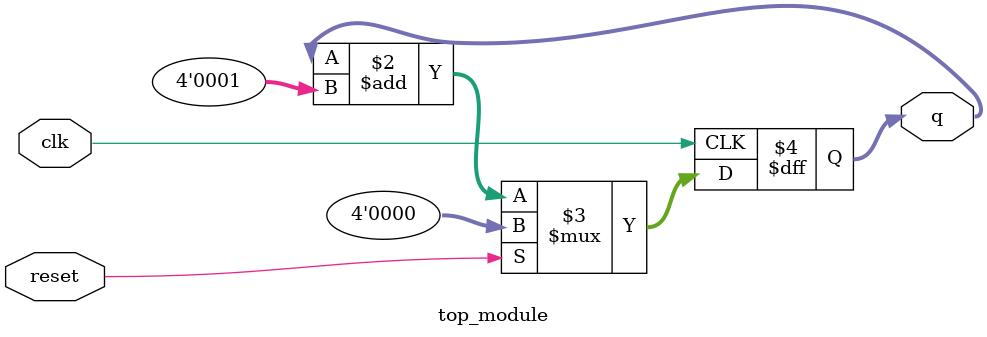
<source format=v>
module top_module (
    input            clk,
    input            reset,  // Synchronous active-high reset
    output reg [3:0] q
);

  always @(posedge clk) begin
    q <= reset ? 4'h0 : q + 4'b0001;
  end

endmodule

</source>
